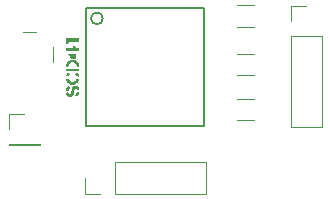
<source format=gbr>
%TF.GenerationSoftware,KiCad,Pcbnew,7.0.8*%
%TF.CreationDate,2024-03-19T09:57:53+01:00*%
%TF.ProjectId,CO2Y-brkout,434f3259-2d62-4726-9b6f-75742e6b6963,rev?*%
%TF.SameCoordinates,Original*%
%TF.FileFunction,Legend,Top*%
%TF.FilePolarity,Positive*%
%FSLAX46Y46*%
G04 Gerber Fmt 4.6, Leading zero omitted, Abs format (unit mm)*
G04 Created by KiCad (PCBNEW 7.0.8) date 2024-03-19 09:57:53*
%MOMM*%
%LPD*%
G01*
G04 APERTURE LIST*
%ADD10C,0.150000*%
%ADD11C,0.152400*%
%ADD12C,0.120000*%
G04 APERTURE END LIST*
D10*
G36*
X136880528Y-79259216D02*
G01*
X136881820Y-79248861D01*
X136883537Y-79239053D01*
X136884192Y-79235524D01*
X136886060Y-79225190D01*
X136887682Y-79215249D01*
X136888998Y-79205460D01*
X136889077Y-79204750D01*
X136895959Y-79197401D01*
X136902835Y-79189198D01*
X136908957Y-79181456D01*
X136913745Y-79175196D01*
X136923553Y-79173574D01*
X136931819Y-79171044D01*
X136941551Y-79168064D01*
X136948428Y-79166892D01*
X136956901Y-79172709D01*
X136958442Y-79173975D01*
X136968900Y-79174408D01*
X136979775Y-79175406D01*
X136989676Y-79176583D01*
X136997521Y-79177639D01*
X137007819Y-79178971D01*
X137018037Y-79180203D01*
X137027807Y-79181058D01*
X137038245Y-79180789D01*
X137048000Y-79179824D01*
X137057624Y-79177350D01*
X137061024Y-79175441D01*
X137060291Y-79175441D01*
X137061024Y-79173975D01*
X137066642Y-79173975D01*
X137076546Y-79175192D01*
X137086064Y-79178318D01*
X137094943Y-79182630D01*
X137104336Y-79188416D01*
X137105720Y-79189362D01*
X137113078Y-79196354D01*
X137118965Y-79205927D01*
X137123602Y-79216701D01*
X137127177Y-79227489D01*
X137129849Y-79237305D01*
X137131122Y-79242607D01*
X137130611Y-79253465D01*
X137130787Y-79263937D01*
X137131366Y-79274402D01*
X137132179Y-79284339D01*
X137132343Y-79286083D01*
X137138396Y-79294704D01*
X137145403Y-79302174D01*
X137153363Y-79309805D01*
X137161374Y-79317029D01*
X137166781Y-79321742D01*
X137175710Y-79329200D01*
X137183721Y-79335395D01*
X137192121Y-79341159D01*
X137201265Y-79346014D01*
X137208058Y-79347632D01*
X137217776Y-79344659D01*
X137227086Y-79339672D01*
X137237001Y-79333481D01*
X137246627Y-79326971D01*
X137252999Y-79322475D01*
X137261292Y-79316403D01*
X137270423Y-79309425D01*
X137278183Y-79303127D01*
X137285685Y-79296467D01*
X137292616Y-79289109D01*
X137294764Y-79286083D01*
X137297122Y-79276071D01*
X137299435Y-79265775D01*
X137301630Y-79255869D01*
X137303313Y-79248225D01*
X137308392Y-79239861D01*
X137311617Y-79234303D01*
X137311131Y-79223446D01*
X137311359Y-79212974D01*
X137312011Y-79202509D01*
X137312904Y-79192571D01*
X137313083Y-79190828D01*
X137316695Y-79181371D01*
X137320510Y-79170554D01*
X137323708Y-79160921D01*
X137327036Y-79150419D01*
X137330493Y-79139046D01*
X137334081Y-79126804D01*
X137336856Y-79117051D01*
X137339705Y-79106808D01*
X137340855Y-79094738D01*
X137342198Y-79081606D01*
X137343734Y-79067415D01*
X137344866Y-79057365D01*
X137346083Y-79046843D01*
X137347386Y-79035850D01*
X137348776Y-79024386D01*
X137350251Y-79012451D01*
X137351811Y-79000044D01*
X137353458Y-78987166D01*
X137355191Y-78973816D01*
X137357009Y-78959996D01*
X137358914Y-78945704D01*
X137360904Y-78930940D01*
X137361931Y-78923382D01*
X137366836Y-78914430D01*
X137371359Y-78904592D01*
X137375441Y-78894531D01*
X137379033Y-78884828D01*
X137380249Y-78881372D01*
X137380600Y-78871267D01*
X137381484Y-78860871D01*
X137382669Y-78850808D01*
X137384249Y-78839680D01*
X137385867Y-78829593D01*
X137391981Y-78820977D01*
X137397600Y-78812670D01*
X137403697Y-78803337D01*
X137410270Y-78792978D01*
X137415873Y-78783952D01*
X137421780Y-78774270D01*
X137426411Y-78766578D01*
X137426778Y-78756320D01*
X137427533Y-78746382D01*
X137427877Y-78742642D01*
X137435936Y-78733679D01*
X137443328Y-78725581D01*
X137451560Y-78716658D01*
X137458285Y-78709425D01*
X137465482Y-78701729D01*
X137473151Y-78693568D01*
X137481293Y-78684945D01*
X137489907Y-78675857D01*
X137498993Y-78666306D01*
X137502127Y-78663019D01*
X137512362Y-78661345D01*
X137521723Y-78657485D01*
X137530791Y-78652173D01*
X137535588Y-78648853D01*
X137543971Y-78643031D01*
X137552254Y-78637498D01*
X137561289Y-78631945D01*
X137566607Y-78629314D01*
X137575583Y-78625440D01*
X137585658Y-78621070D01*
X137595916Y-78616613D01*
X137606281Y-78615285D01*
X137617529Y-78612946D01*
X137628789Y-78610066D01*
X137639314Y-78607050D01*
X137650876Y-78603474D01*
X137653313Y-78602691D01*
X137730249Y-78602691D01*
X137734401Y-78608309D01*
X137745528Y-78609207D01*
X137756107Y-78610386D01*
X137767647Y-78611943D01*
X137777999Y-78613529D01*
X137789018Y-78615378D01*
X137795951Y-78616613D01*
X137805381Y-78621582D01*
X137814834Y-78627654D01*
X137823932Y-78634244D01*
X137832344Y-78640842D01*
X137835274Y-78643235D01*
X137845349Y-78646105D01*
X137855229Y-78650101D01*
X137858965Y-78651784D01*
X137868225Y-78657945D01*
X137877625Y-78664246D01*
X137885794Y-78669759D01*
X137894066Y-78675374D01*
X137902441Y-78681093D01*
X137910420Y-78686915D01*
X137918602Y-78693837D01*
X137925567Y-78700900D01*
X137932040Y-78709143D01*
X137934681Y-78713333D01*
X137941450Y-78720424D01*
X137948324Y-78727944D01*
X137952755Y-78732872D01*
X137956601Y-78742192D01*
X137960208Y-78751796D01*
X137963932Y-78762215D01*
X137965455Y-78766578D01*
X137972313Y-78773853D01*
X137976690Y-78777813D01*
X137980526Y-78787215D01*
X137984529Y-78797809D01*
X137988353Y-78808158D01*
X137992078Y-78818357D01*
X137992078Y-78926069D01*
X137988899Y-78935579D01*
X137987926Y-78937304D01*
X137983838Y-78946333D01*
X137983773Y-78947073D01*
X137974554Y-78953376D01*
X137965730Y-78959297D01*
X137957442Y-78964642D01*
X137952266Y-78967590D01*
X137942526Y-78969114D01*
X137932547Y-78969496D01*
X137926376Y-78969544D01*
X137916272Y-78969428D01*
X137905985Y-78968913D01*
X137899754Y-78968078D01*
X137896823Y-78962705D01*
X137805965Y-78962705D01*
X137799568Y-78954284D01*
X137793504Y-78945660D01*
X137787775Y-78936834D01*
X137782380Y-78927805D01*
X137777319Y-78918573D01*
X137772591Y-78909139D01*
X137770794Y-78905308D01*
X137771648Y-78895238D01*
X137770922Y-78885430D01*
X137769261Y-78875571D01*
X137766642Y-78864519D01*
X137758540Y-78855017D01*
X137750354Y-78846781D01*
X137742084Y-78839813D01*
X137733730Y-78834111D01*
X137723169Y-78828766D01*
X137712478Y-78825400D01*
X137701655Y-78824015D01*
X137699475Y-78823975D01*
X137689125Y-78824235D01*
X137678678Y-78825289D01*
X137669233Y-78827872D01*
X137668700Y-78828127D01*
X137659641Y-78834106D01*
X137651424Y-78839951D01*
X137641776Y-78847538D01*
X137633625Y-78854888D01*
X137625539Y-78863743D01*
X137619790Y-78872228D01*
X137615978Y-78881923D01*
X137615455Y-78885036D01*
X137613918Y-78894787D01*
X137611505Y-78905724D01*
X137608826Y-78915743D01*
X137605538Y-78926585D01*
X137601641Y-78938249D01*
X137598087Y-78948174D01*
X137597137Y-78950737D01*
X137593511Y-78960694D01*
X137589602Y-78972120D01*
X137586385Y-78982413D01*
X137583436Y-78993270D01*
X137581256Y-79003874D01*
X137580528Y-79010088D01*
X137579179Y-79020724D01*
X137577237Y-79032665D01*
X137574702Y-79045912D01*
X137571575Y-79060463D01*
X137569162Y-79070889D01*
X137566484Y-79081896D01*
X137563544Y-79093482D01*
X137560340Y-79105648D01*
X137556873Y-79118395D01*
X137553143Y-79131721D01*
X137549149Y-79145628D01*
X137544892Y-79160114D01*
X137540372Y-79175181D01*
X137535588Y-79190828D01*
X137532699Y-79201151D01*
X137530558Y-79211804D01*
X137529010Y-79221954D01*
X137527677Y-79233261D01*
X137526765Y-79243140D01*
X137525990Y-79253759D01*
X137525818Y-79256529D01*
X137525120Y-79268608D01*
X137524368Y-79279686D01*
X137523563Y-79289765D01*
X137522481Y-79300958D01*
X137521073Y-79312326D01*
X137519278Y-79322747D01*
X137518735Y-79325161D01*
X137516548Y-79335851D01*
X137514140Y-79346182D01*
X137511511Y-79356154D01*
X137508660Y-79365767D01*
X137504785Y-79377279D01*
X137500565Y-79388230D01*
X137495998Y-79398621D01*
X137495043Y-79400632D01*
X137489575Y-79411192D01*
X137483671Y-79421134D01*
X137477332Y-79430457D01*
X137470558Y-79439162D01*
X137463349Y-79447248D01*
X137455705Y-79454717D01*
X137447626Y-79461567D01*
X137439112Y-79467799D01*
X137430643Y-79475656D01*
X137422680Y-79482872D01*
X137413894Y-79490697D01*
X137406273Y-79497395D01*
X137398125Y-79504481D01*
X137389450Y-79511958D01*
X137380249Y-79519823D01*
X137370918Y-79526703D01*
X137361397Y-79533452D01*
X137351684Y-79540070D01*
X137341781Y-79546556D01*
X137331687Y-79552911D01*
X137321402Y-79559136D01*
X137317235Y-79561588D01*
X137307358Y-79563104D01*
X137295742Y-79565309D01*
X137284937Y-79567860D01*
X137274943Y-79570756D01*
X137264021Y-79574689D01*
X137254267Y-79579120D01*
X137252755Y-79579907D01*
X137188274Y-79579907D01*
X137185588Y-79577220D01*
X137185588Y-79574289D01*
X137175788Y-79573593D01*
X137165166Y-79572419D01*
X137153721Y-79570769D01*
X137143972Y-79569105D01*
X137133696Y-79567135D01*
X137122894Y-79564861D01*
X137111566Y-79562281D01*
X137108651Y-79561588D01*
X137099398Y-79558079D01*
X137088856Y-79553780D01*
X137079088Y-79549594D01*
X137068425Y-79544860D01*
X137059250Y-79540677D01*
X137049503Y-79536143D01*
X137044415Y-79533745D01*
X137036656Y-79526343D01*
X137028970Y-79519362D01*
X137020174Y-79511641D01*
X137012339Y-79504932D01*
X137003795Y-79497750D01*
X136994540Y-79490094D01*
X136984576Y-79481965D01*
X136977237Y-79475004D01*
X136969073Y-79469062D01*
X136959903Y-79463262D01*
X136956000Y-79460960D01*
X136952471Y-79451757D01*
X136947289Y-79442741D01*
X136941709Y-79434233D01*
X136938903Y-79430186D01*
X136931570Y-79423627D01*
X136924441Y-79415643D01*
X136917683Y-79406892D01*
X136913257Y-79400632D01*
X136911230Y-79390379D01*
X136909158Y-79379898D01*
X136907195Y-79369969D01*
X136905017Y-79358956D01*
X136903120Y-79349364D01*
X136901086Y-79339077D01*
X136900556Y-79336397D01*
X136893682Y-79328851D01*
X136889077Y-79321009D01*
X136886172Y-79309832D01*
X136883868Y-79298466D01*
X136882165Y-79286912D01*
X136881205Y-79277138D01*
X136880662Y-79267234D01*
X136880528Y-79259216D01*
G37*
G36*
X136880528Y-78989327D02*
G01*
X136880528Y-78916299D01*
X136883697Y-78906759D01*
X136888195Y-78897252D01*
X136890542Y-78892607D01*
X136895460Y-78883809D01*
X136900198Y-78875150D01*
X136905102Y-78865781D01*
X136907639Y-78860367D01*
X136909730Y-78849786D01*
X136912158Y-78840034D01*
X136914797Y-78830614D01*
X136917951Y-78820216D01*
X136920340Y-78812740D01*
X136927946Y-78805649D01*
X136934752Y-78798129D01*
X136938903Y-78793200D01*
X136942986Y-78784189D01*
X136947640Y-78774244D01*
X136951901Y-78765306D01*
X136956000Y-78756808D01*
X136963388Y-78750397D01*
X136971461Y-78744805D01*
X136979691Y-78739467D01*
X136987744Y-78733567D01*
X136995384Y-78725912D01*
X137000292Y-78717315D01*
X137001429Y-78712112D01*
X137009801Y-78706037D01*
X137017052Y-78698290D01*
X137022922Y-78691107D01*
X137029444Y-78683207D01*
X137037908Y-78674814D01*
X137046718Y-78668066D01*
X137055873Y-78662964D01*
X137065375Y-78659508D01*
X137075222Y-78657698D01*
X137081296Y-78657401D01*
X137091240Y-78658617D01*
X137100173Y-78663361D01*
X137100591Y-78663752D01*
X137107874Y-78670518D01*
X137112559Y-78674254D01*
X137120284Y-78681653D01*
X137129260Y-78689958D01*
X137137343Y-78697255D01*
X137146227Y-78705132D01*
X137155913Y-78713589D01*
X137163703Y-78720312D01*
X137171945Y-78727362D01*
X137180636Y-78734738D01*
X137183634Y-78737269D01*
X137192304Y-78742459D01*
X137200571Y-78747714D01*
X137203662Y-78749725D01*
X137204903Y-78759595D01*
X137207272Y-78769383D01*
X137208058Y-78772196D01*
X137210588Y-78782362D01*
X137212174Y-78792061D01*
X137212210Y-78793200D01*
X137212004Y-78803573D01*
X137211088Y-78813770D01*
X137210745Y-78815671D01*
X137202897Y-78824271D01*
X137194808Y-78833867D01*
X137186301Y-78844102D01*
X137178734Y-78853271D01*
X137170150Y-78863720D01*
X137163862Y-78871396D01*
X137157121Y-78879641D01*
X137149928Y-78888455D01*
X137141742Y-78898221D01*
X137134648Y-78907247D01*
X137128645Y-78915532D01*
X137122676Y-78924847D01*
X137117764Y-78934499D01*
X137115036Y-78944776D01*
X137115002Y-78945852D01*
X137119772Y-78954576D01*
X137122817Y-78957820D01*
X137129343Y-78965606D01*
X137130633Y-78969544D01*
X137125870Y-78979069D01*
X137121629Y-78988938D01*
X137117071Y-78999786D01*
X137112754Y-79010182D01*
X137111582Y-79013019D01*
X137101965Y-79017129D01*
X137092692Y-79022076D01*
X137083366Y-79027711D01*
X137082273Y-79028406D01*
X136921561Y-79028406D01*
X136914088Y-79021277D01*
X136907013Y-79014534D01*
X136899319Y-79007206D01*
X136891007Y-78999295D01*
X136883608Y-78992256D01*
X136880528Y-78989327D01*
G37*
G36*
X137677737Y-79390863D02*
G01*
X137677881Y-79380399D01*
X137678958Y-79371323D01*
X137682516Y-79361610D01*
X137686973Y-79352204D01*
X137692102Y-79342739D01*
X137695078Y-79337618D01*
X137703848Y-79331390D01*
X137710876Y-79323833D01*
X137717448Y-79315041D01*
X137719991Y-79311240D01*
X137727872Y-79303157D01*
X137734783Y-79295028D01*
X137740725Y-79286853D01*
X137746789Y-79276571D01*
X137751339Y-79266217D01*
X137754374Y-79255791D01*
X137755895Y-79245294D01*
X137755528Y-79234379D01*
X137755809Y-79222951D01*
X137756496Y-79211759D01*
X137757383Y-79201450D01*
X137758557Y-79190245D01*
X137758826Y-79187897D01*
X137763926Y-79179191D01*
X137770246Y-79171628D01*
X137777579Y-79164158D01*
X137785204Y-79157122D01*
X137960326Y-79157122D01*
X137970030Y-79160629D01*
X137978391Y-79166586D01*
X137986043Y-79173222D01*
X137988414Y-79175441D01*
X137995009Y-79183512D01*
X138001603Y-79191240D01*
X138006000Y-79196201D01*
X138006000Y-79271916D01*
X138000138Y-79277534D01*
X137994803Y-79288563D01*
X137990218Y-79298760D01*
X137985350Y-79310179D01*
X137981514Y-79319544D01*
X137977519Y-79329596D01*
X137973365Y-79340335D01*
X137969053Y-79351761D01*
X137964581Y-79363874D01*
X137959951Y-79376674D01*
X137958372Y-79381093D01*
X137948726Y-79384119D01*
X137943473Y-79390863D01*
X137952919Y-79393610D01*
X137954220Y-79393794D01*
X137947823Y-79402216D01*
X137941427Y-79411535D01*
X137935267Y-79420729D01*
X137931750Y-79426034D01*
X137923884Y-79433070D01*
X137915988Y-79440803D01*
X137908939Y-79448046D01*
X137903418Y-79453877D01*
X137893648Y-79455343D01*
X137888274Y-79464013D01*
X137882962Y-79472600D01*
X137880947Y-79475859D01*
X137874593Y-79484109D01*
X137867514Y-79491674D01*
X137859958Y-79498958D01*
X137852611Y-79505593D01*
X137844311Y-79512740D01*
X137834358Y-79515854D01*
X137824203Y-79516856D01*
X137821596Y-79516892D01*
X137812922Y-79521560D01*
X137810361Y-79528127D01*
X137801112Y-79524964D01*
X137791936Y-79521507D01*
X137787646Y-79519823D01*
X137779785Y-79513686D01*
X137771428Y-79507465D01*
X137763168Y-79501500D01*
X137753894Y-79494952D01*
X137745392Y-79489048D01*
X137740212Y-79480340D01*
X137731846Y-79475074D01*
X137731226Y-79474882D01*
X137726099Y-79466228D01*
X137717304Y-79460960D01*
X137715060Y-79451130D01*
X137714374Y-79449725D01*
X137704761Y-79447406D01*
X137695030Y-79443261D01*
X137688972Y-79439956D01*
X137685154Y-79429672D01*
X137682126Y-79419886D01*
X137679591Y-79409098D01*
X137678132Y-79398989D01*
X137677737Y-79390863D01*
G37*
G36*
X136880528Y-78103703D02*
G01*
X136880709Y-78093840D01*
X136881375Y-78084026D01*
X136882953Y-78074087D01*
X136885658Y-78066578D01*
X136892618Y-78058701D01*
X136900923Y-78052229D01*
X136909074Y-78046733D01*
X136918875Y-78040688D01*
X136986774Y-78040688D01*
X136994590Y-78044352D01*
X137004193Y-78047437D01*
X137008023Y-78047771D01*
X137017674Y-78045841D01*
X137028245Y-78042903D01*
X137034890Y-78040933D01*
X137045087Y-78037834D01*
X137054571Y-78035205D01*
X137061757Y-78033849D01*
X137070305Y-78039467D01*
X137081872Y-78038315D01*
X137092759Y-78039286D01*
X137102967Y-78042379D01*
X137112494Y-78047596D01*
X137121342Y-78054935D01*
X137127931Y-78062335D01*
X137132587Y-78068776D01*
X137137129Y-78082636D01*
X137140778Y-78091806D01*
X137144922Y-78100922D01*
X137149563Y-78109981D01*
X137154700Y-78118986D01*
X137160332Y-78127935D01*
X137166461Y-78136829D01*
X137173087Y-78145668D01*
X137180208Y-78154451D01*
X137187825Y-78163179D01*
X137195939Y-78171851D01*
X137204548Y-78180468D01*
X137213654Y-78189030D01*
X137223256Y-78197537D01*
X137233353Y-78205988D01*
X137238588Y-78210193D01*
X137248633Y-78214864D01*
X137258433Y-78219501D01*
X137267440Y-78223811D01*
X137277209Y-78228527D01*
X137287742Y-78233648D01*
X137296718Y-78238036D01*
X137303510Y-78245490D01*
X137309419Y-78250737D01*
X137319719Y-78251327D01*
X137330122Y-78252794D01*
X137333599Y-78253424D01*
X137343326Y-78256007D01*
X137353319Y-78258031D01*
X137364439Y-78259993D01*
X137367549Y-78260507D01*
X137373166Y-78266124D01*
X137487960Y-78266124D01*
X137492113Y-78260507D01*
X137502382Y-78259766D01*
X137514221Y-78258648D01*
X137524951Y-78257314D01*
X137536362Y-78255431D01*
X137546177Y-78253239D01*
X137554394Y-78250737D01*
X137560964Y-78242950D01*
X137565630Y-78238036D01*
X137574988Y-78235111D01*
X137585538Y-78231251D01*
X137595530Y-78227198D01*
X137604526Y-78223296D01*
X137614130Y-78218917D01*
X137618142Y-78217032D01*
X137627055Y-78209902D01*
X137635925Y-78203422D01*
X137646108Y-78196454D01*
X137655198Y-78190527D01*
X137665128Y-78184288D01*
X137675898Y-78177735D01*
X137684526Y-78172615D01*
X137687507Y-78170870D01*
X137693515Y-78161539D01*
X137698744Y-78152241D01*
X137704176Y-78141561D01*
X137708668Y-78132020D01*
X137713290Y-78121594D01*
X137718041Y-78110282D01*
X137721690Y-78101218D01*
X137722922Y-78098085D01*
X137730005Y-78090300D01*
X137737088Y-78082332D01*
X137744171Y-78074180D01*
X137751254Y-78065845D01*
X137759409Y-78058803D01*
X137767844Y-78053490D01*
X137777827Y-78049536D01*
X137788177Y-78047842D01*
X137790822Y-78047771D01*
X137805480Y-78047771D01*
X137815307Y-78047771D01*
X137825178Y-78047771D01*
X137835092Y-78047771D01*
X137845051Y-78047771D01*
X137855053Y-78047771D01*
X137865100Y-78047771D01*
X137875190Y-78047771D01*
X137885324Y-78047771D01*
X137895502Y-78047771D01*
X137905724Y-78047771D01*
X137915990Y-78047771D01*
X137926300Y-78047771D01*
X137936653Y-78047771D01*
X137947051Y-78047771D01*
X137952266Y-78047771D01*
X137962553Y-78050270D01*
X137973145Y-78052157D01*
X137980598Y-78053389D01*
X137987507Y-78060906D01*
X137994952Y-78067886D01*
X137995986Y-78068776D01*
X138000794Y-78077405D01*
X138001847Y-78079279D01*
X138005509Y-78088375D01*
X138006000Y-78092468D01*
X137998916Y-78099551D01*
X137998184Y-78109992D01*
X137996672Y-78120628D01*
X137995986Y-78124708D01*
X137987803Y-78132005D01*
X137981045Y-78139942D01*
X137974660Y-78149329D01*
X137969485Y-78158528D01*
X137966188Y-78165252D01*
X137961142Y-78175945D01*
X137956537Y-78185278D01*
X137951594Y-78194683D01*
X137946631Y-78203182D01*
X137941519Y-78210193D01*
X137934352Y-78218207D01*
X137927264Y-78226562D01*
X137920736Y-78234449D01*
X137916607Y-78239502D01*
X137912184Y-78249769D01*
X137907994Y-78258919D01*
X137903224Y-78268900D01*
X137897873Y-78279714D01*
X137891943Y-78291359D01*
X137887114Y-78300639D01*
X137881959Y-78310387D01*
X137876478Y-78320603D01*
X137872643Y-78327674D01*
X137863955Y-78334408D01*
X137854887Y-78340453D01*
X137844891Y-78346908D01*
X137835297Y-78352999D01*
X137824283Y-78359914D01*
X137818177Y-78367546D01*
X137811445Y-78375961D01*
X137808651Y-78379453D01*
X137799091Y-78382204D01*
X137798637Y-78382384D01*
X137789407Y-78389176D01*
X137780820Y-78395597D01*
X137771165Y-78402895D01*
X137763222Y-78408945D01*
X137754678Y-78415489D01*
X137745534Y-78422527D01*
X137735788Y-78430058D01*
X137725441Y-78438083D01*
X137714493Y-78446602D01*
X137710710Y-78449551D01*
X137702833Y-78455718D01*
X137693369Y-78461519D01*
X137683785Y-78466294D01*
X137674603Y-78470164D01*
X137669677Y-78472021D01*
X137659669Y-78473178D01*
X137652580Y-78474708D01*
X137643902Y-78480776D01*
X137634886Y-78486987D01*
X137626505Y-78492711D01*
X137624248Y-78494247D01*
X137614356Y-78495591D01*
X137604699Y-78497768D01*
X137594107Y-78500880D01*
X137584284Y-78504292D01*
X137577353Y-78506948D01*
X137504813Y-78506948D01*
X137500661Y-78508413D01*
X137503348Y-78514031D01*
X137356314Y-78514031D01*
X137352161Y-78511100D01*
X137352161Y-78506948D01*
X137279377Y-78506948D01*
X137275225Y-78504261D01*
X137275225Y-78499865D01*
X137264218Y-78499239D01*
X137254250Y-78498124D01*
X137243657Y-78496140D01*
X137233186Y-78492936D01*
X137223710Y-78488101D01*
X137222713Y-78487408D01*
X137213657Y-78482459D01*
X137203585Y-78476769D01*
X137192499Y-78470338D01*
X137183518Y-78465029D01*
X137173966Y-78459304D01*
X137163843Y-78453163D01*
X137153149Y-78446605D01*
X137141884Y-78439630D01*
X137130048Y-78432239D01*
X137121840Y-78427080D01*
X137114696Y-78419381D01*
X137107068Y-78412098D01*
X137102057Y-78407541D01*
X137092159Y-78405122D01*
X137084960Y-78401923D01*
X137078438Y-78394026D01*
X137071149Y-78385741D01*
X137063619Y-78377514D01*
X137056309Y-78369738D01*
X137053697Y-78366997D01*
X137043683Y-78365531D01*
X137038444Y-78356834D01*
X137032887Y-78347911D01*
X137032448Y-78347213D01*
X137023730Y-78339745D01*
X137015310Y-78332171D01*
X137007623Y-78325034D01*
X136999329Y-78317145D01*
X136992255Y-78310293D01*
X136984793Y-78302960D01*
X136982866Y-78301051D01*
X136980342Y-78291259D01*
X136977004Y-78284198D01*
X136969803Y-78276298D01*
X136963054Y-78267665D01*
X136957023Y-78259160D01*
X136950623Y-78249462D01*
X136945236Y-78240844D01*
X136939613Y-78231464D01*
X136938170Y-78229000D01*
X136932384Y-78219405D01*
X136926751Y-78210529D01*
X136921271Y-78202369D01*
X136914636Y-78193179D01*
X136908239Y-78185110D01*
X136900877Y-78176907D01*
X136896160Y-78172335D01*
X136894891Y-78162166D01*
X136892734Y-78152268D01*
X136889688Y-78142640D01*
X136887612Y-78137408D01*
X136884188Y-78127929D01*
X136881697Y-78117396D01*
X136880591Y-78106863D01*
X136880528Y-78103703D01*
G37*
G36*
X136880528Y-77763473D02*
G01*
X136881363Y-77752820D01*
X136883542Y-77743029D01*
X136887073Y-77733045D01*
X136889077Y-77728546D01*
X136895574Y-77720422D01*
X136902548Y-77711010D01*
X136908471Y-77702553D01*
X136914700Y-77693272D01*
X136921233Y-77683166D01*
X136928072Y-77672236D01*
X136933401Y-77663498D01*
X136938903Y-77654296D01*
X136941298Y-77644756D01*
X136944427Y-77634681D01*
X136948019Y-77624472D01*
X136948916Y-77622056D01*
X136956244Y-77615416D01*
X136960152Y-77613019D01*
X136968321Y-77607449D01*
X136970166Y-77605203D01*
X136973325Y-77595403D01*
X136976958Y-77586250D01*
X136981094Y-77576816D01*
X136982866Y-77572963D01*
X136990761Y-77566100D01*
X136998723Y-77558767D01*
X137005851Y-77551995D01*
X137011443Y-77546585D01*
X137017167Y-77538250D01*
X137022861Y-77530099D01*
X137028524Y-77522130D01*
X137034157Y-77514345D01*
X137041505Y-77506253D01*
X137049771Y-77498353D01*
X137058655Y-77491633D01*
X137067806Y-77487244D01*
X137073969Y-77486257D01*
X137084590Y-77488131D01*
X137094241Y-77492180D01*
X137103480Y-77497455D01*
X137111862Y-77503123D01*
X137120863Y-77509949D01*
X137129577Y-77516983D01*
X137137847Y-77524192D01*
X137144998Y-77531243D01*
X137149440Y-77536571D01*
X137156481Y-77545868D01*
X137164049Y-77555561D01*
X137172143Y-77565651D01*
X137178559Y-77573479D01*
X137185272Y-77581531D01*
X137192281Y-77589805D01*
X137199586Y-77598303D01*
X137207187Y-77607025D01*
X137215085Y-77615969D01*
X137220515Y-77622056D01*
X137221658Y-77632339D01*
X137221967Y-77642918D01*
X137221980Y-77645992D01*
X137220658Y-77656768D01*
X137216691Y-77667115D01*
X137211364Y-77675409D01*
X137204202Y-77683406D01*
X137195202Y-77691104D01*
X137186681Y-77697048D01*
X137184367Y-77698504D01*
X137175429Y-77704389D01*
X137167544Y-77710564D01*
X137159170Y-77718690D01*
X137152441Y-77727269D01*
X137147359Y-77736302D01*
X137143921Y-77745788D01*
X137142357Y-77753703D01*
X137136598Y-77762230D01*
X137130490Y-77770524D01*
X137123300Y-77779729D01*
X137116482Y-77788095D01*
X137108913Y-77797093D01*
X137104011Y-77802796D01*
X137093936Y-77804628D01*
X137083821Y-77806595D01*
X137078365Y-77807681D01*
X137068147Y-77809484D01*
X137058008Y-77810936D01*
X137055406Y-77811100D01*
X137045283Y-77811100D01*
X137034910Y-77811100D01*
X137028540Y-77811100D01*
X137025609Y-77804261D01*
X136941589Y-77804261D01*
X136935972Y-77807681D01*
X136928889Y-77811100D01*
X136918811Y-77808155D01*
X136909838Y-77804261D01*
X136900552Y-77800055D01*
X136891065Y-77796308D01*
X136889077Y-77795713D01*
X136885337Y-77786370D01*
X136882407Y-77776882D01*
X136880662Y-77766755D01*
X136880528Y-77763473D01*
G37*
G36*
X137661617Y-77645992D02*
G01*
X137662502Y-77634986D01*
X137665159Y-77624437D01*
X137669586Y-77614347D01*
X137674912Y-77605894D01*
X137675783Y-77604715D01*
X137681874Y-77596357D01*
X137687965Y-77587952D01*
X137694056Y-77579500D01*
X137700146Y-77571002D01*
X137703627Y-77566124D01*
X137710632Y-77558102D01*
X137718520Y-77548994D01*
X137725466Y-77540926D01*
X137732976Y-77532164D01*
X137741051Y-77522707D01*
X137747478Y-77515159D01*
X137754223Y-77507220D01*
X137761286Y-77498890D01*
X137763711Y-77496027D01*
X137772339Y-77489823D01*
X137781372Y-77485087D01*
X137789112Y-77481372D01*
X137799095Y-77476777D01*
X137808397Y-77472880D01*
X137815490Y-77470870D01*
X137825336Y-77474018D01*
X137834499Y-77479969D01*
X137842189Y-77486108D01*
X137850833Y-77493822D01*
X137858435Y-77501126D01*
X137860431Y-77503110D01*
X137861896Y-77512879D01*
X137870559Y-77518093D01*
X137878436Y-77524413D01*
X137882901Y-77529732D01*
X137885585Y-77539970D01*
X137888589Y-77549518D01*
X137891943Y-77559326D01*
X137895357Y-77568811D01*
X137903128Y-77576618D01*
X137910421Y-77585022D01*
X137916944Y-77593232D01*
X137923873Y-77602539D01*
X137929708Y-77610774D01*
X137935803Y-77619712D01*
X137937367Y-77622056D01*
X137940983Y-77631383D01*
X137943769Y-77640863D01*
X137946441Y-77651365D01*
X137947137Y-77654296D01*
X137955141Y-77660347D01*
X137959838Y-77665531D01*
X137965556Y-77674424D01*
X137971172Y-77683334D01*
X137976685Y-77692262D01*
X137982094Y-77701206D01*
X137987401Y-77710168D01*
X137989147Y-77713159D01*
X137994002Y-77721764D01*
X137998742Y-77731839D01*
X138002297Y-77741640D01*
X138004666Y-77751165D01*
X138005934Y-77761931D01*
X138006000Y-77764938D01*
X138005193Y-77776153D01*
X138002774Y-77786503D01*
X137998742Y-77795988D01*
X137993097Y-77804608D01*
X137989147Y-77809146D01*
X137981517Y-77815903D01*
X137972167Y-77821593D01*
X137962145Y-77825116D01*
X137951452Y-77826470D01*
X137950068Y-77826487D01*
X137940322Y-77824323D01*
X137931073Y-77820069D01*
X137930284Y-77819648D01*
X137856034Y-77819648D01*
X137851882Y-77816718D01*
X137851882Y-77812565D01*
X137841750Y-77811380D01*
X137831741Y-77811101D01*
X137830877Y-77811100D01*
X137821021Y-77812650D01*
X137811512Y-77815226D01*
X137810605Y-77815496D01*
X137801091Y-77818027D01*
X137791799Y-77819648D01*
X137781152Y-77818587D01*
X137771043Y-77815403D01*
X137761470Y-77810096D01*
X137752433Y-77802666D01*
X137745591Y-77795194D01*
X137739092Y-77786363D01*
X137732936Y-77776173D01*
X137728769Y-77767121D01*
X137724571Y-77758038D01*
X137720342Y-77748925D01*
X137716083Y-77739781D01*
X137711064Y-77729942D01*
X137705625Y-77721155D01*
X137698893Y-77712400D01*
X137691611Y-77705019D01*
X137689705Y-77703389D01*
X137683805Y-77694691D01*
X137675360Y-77687815D01*
X137671387Y-77685071D01*
X137668067Y-77675585D01*
X137665061Y-77665778D01*
X137662772Y-77656230D01*
X137661617Y-77645992D01*
G37*
G36*
X136880528Y-77348016D02*
G01*
X136880528Y-77192433D01*
X136882692Y-77182163D01*
X136888478Y-77173051D01*
X136895916Y-77165810D01*
X136903765Y-77159115D01*
X136911486Y-77152499D01*
X136918630Y-77146271D01*
X136998742Y-77146271D01*
X137001673Y-77149935D01*
X137004360Y-77153354D01*
X137083250Y-77153354D01*
X137091554Y-77149935D01*
X137100103Y-77146271D01*
X137108651Y-77149935D01*
X137116956Y-77153354D01*
X137904883Y-77153354D01*
X137909035Y-77147736D01*
X137919245Y-77146551D01*
X137929406Y-77146272D01*
X137930284Y-77146271D01*
X137940362Y-77147849D01*
X137949335Y-77149935D01*
X137959261Y-77152190D01*
X137969184Y-77154236D01*
X137971073Y-77154575D01*
X137979675Y-77159312D01*
X137986033Y-77168607D01*
X137989200Y-77178037D01*
X137991223Y-77189792D01*
X137992017Y-77200871D01*
X137992078Y-77213438D01*
X137987926Y-77363159D01*
X137979786Y-77369228D01*
X137971703Y-77375204D01*
X137963784Y-77380955D01*
X137957884Y-77384896D01*
X137948127Y-77385508D01*
X137937250Y-77385623D01*
X137933215Y-77385629D01*
X137922881Y-77385513D01*
X137912940Y-77385112D01*
X137903151Y-77384254D01*
X137902441Y-77384163D01*
X137899754Y-77378790D01*
X137044171Y-77378790D01*
X137040019Y-77375859D01*
X137040019Y-77373173D01*
X137030188Y-77372073D01*
X137019529Y-77371730D01*
X137015351Y-77371707D01*
X137004958Y-77372741D01*
X136994824Y-77374126D01*
X136986286Y-77375371D01*
X136976475Y-77376703D01*
X136966746Y-77377935D01*
X136957465Y-77378790D01*
X136945470Y-77378309D01*
X136934155Y-77376867D01*
X136923519Y-77374462D01*
X136913562Y-77371096D01*
X136904285Y-77366769D01*
X136895687Y-77361479D01*
X136887768Y-77355228D01*
X136880528Y-77348016D01*
G37*
G36*
X136892985Y-76960158D02*
G01*
X136892985Y-76897143D01*
X136895465Y-76886992D01*
X136898944Y-76877179D01*
X136899335Y-76876138D01*
X136902803Y-76866559D01*
X136905814Y-76856960D01*
X136906907Y-76852203D01*
X136907991Y-76842112D01*
X136909515Y-76831555D01*
X136911249Y-76821223D01*
X136913379Y-76809705D01*
X136915455Y-76799202D01*
X136922096Y-76791039D01*
X136927617Y-76782617D01*
X136932914Y-76773477D01*
X136934995Y-76769648D01*
X136936578Y-76759220D01*
X136939146Y-76748448D01*
X136942336Y-76737771D01*
X136944764Y-76730570D01*
X136950371Y-76720018D01*
X136955345Y-76710889D01*
X136960755Y-76701150D01*
X136966599Y-76690800D01*
X136972879Y-76679840D01*
X136977875Y-76671219D01*
X136983115Y-76662254D01*
X136988599Y-76652946D01*
X136992392Y-76646550D01*
X136999192Y-76636245D01*
X137005944Y-76626306D01*
X137012650Y-76616731D01*
X137019308Y-76607521D01*
X137025919Y-76598676D01*
X137032483Y-76590196D01*
X137038999Y-76582081D01*
X137045469Y-76574331D01*
X137051891Y-76566945D01*
X137060380Y-76557666D01*
X137062489Y-76555448D01*
X137069596Y-76547937D01*
X137077788Y-76540211D01*
X137087065Y-76532271D01*
X137095268Y-76525764D01*
X137104166Y-76519120D01*
X137113758Y-76512338D01*
X137124045Y-76505419D01*
X137126725Y-76503668D01*
X137138049Y-76496111D01*
X137148389Y-76489194D01*
X137157747Y-76482916D01*
X137166121Y-76477278D01*
X137175757Y-76470756D01*
X137185344Y-76464203D01*
X137194178Y-76458014D01*
X137196823Y-76456041D01*
X137205493Y-76449888D01*
X137213949Y-76444558D01*
X137223812Y-76439249D01*
X137233366Y-76435125D01*
X137244122Y-76431810D01*
X137248602Y-76430884D01*
X137267167Y-76427157D01*
X137285063Y-76423671D01*
X137302292Y-76420425D01*
X137318853Y-76417420D01*
X137334746Y-76414655D01*
X137349971Y-76412130D01*
X137364528Y-76409846D01*
X137378418Y-76407803D01*
X137391639Y-76406000D01*
X137404193Y-76404437D01*
X137416079Y-76403114D01*
X137427297Y-76402032D01*
X137437847Y-76401191D01*
X137447729Y-76400590D01*
X137461300Y-76400139D01*
X137465490Y-76400109D01*
X137475607Y-76400590D01*
X137485895Y-76401582D01*
X137498496Y-76403114D01*
X137508183Y-76404437D01*
X137518898Y-76406000D01*
X137530642Y-76407803D01*
X137543414Y-76409846D01*
X137557215Y-76412130D01*
X137572044Y-76414655D01*
X137587902Y-76417420D01*
X137604788Y-76420425D01*
X137622702Y-76423671D01*
X137641645Y-76427157D01*
X137651503Y-76428990D01*
X137661617Y-76430884D01*
X137671477Y-76434517D01*
X137679975Y-76439565D01*
X137688636Y-76445584D01*
X137696825Y-76451794D01*
X137702161Y-76456041D01*
X137709253Y-76463862D01*
X137716772Y-76471098D01*
X137721701Y-76475580D01*
X137731493Y-76477504D01*
X137738554Y-76478511D01*
X137746711Y-76485721D01*
X137755507Y-76492850D01*
X137763687Y-76499238D01*
X137771541Y-76505244D01*
X137774946Y-76507820D01*
X137782685Y-76514048D01*
X137791736Y-76520500D01*
X137801187Y-76526774D01*
X137810257Y-76532527D01*
X137820412Y-76538757D01*
X137822573Y-76540060D01*
X137829599Y-76547895D01*
X137837365Y-76556745D01*
X137845872Y-76566610D01*
X137852737Y-76574675D01*
X137860020Y-76583311D01*
X137867718Y-76592518D01*
X137875833Y-76602296D01*
X137884365Y-76612645D01*
X137893313Y-76623566D01*
X137899510Y-76631163D01*
X137904845Y-76640784D01*
X137910959Y-76651450D01*
X137916055Y-76660136D01*
X137921589Y-76669411D01*
X137927561Y-76679273D01*
X137933971Y-76689724D01*
X137940819Y-76700763D01*
X137948104Y-76712390D01*
X137955828Y-76724605D01*
X137961221Y-76733075D01*
X137963990Y-76737408D01*
X137967903Y-76747533D01*
X137971704Y-76757700D01*
X137975187Y-76767221D01*
X137978955Y-76777697D01*
X137983010Y-76789127D01*
X137986460Y-76798958D01*
X137987646Y-76810033D01*
X137989523Y-76822194D01*
X137991522Y-76832704D01*
X137993965Y-76843909D01*
X137996850Y-76855808D01*
X138000178Y-76868402D01*
X138002964Y-76878303D01*
X138006000Y-76888595D01*
X138006000Y-76966997D01*
X137998493Y-76973709D01*
X137990758Y-76979704D01*
X137984995Y-76983849D01*
X137975830Y-76988572D01*
X137965446Y-76991473D01*
X137954632Y-76993009D01*
X137944079Y-76993581D01*
X137940298Y-76993619D01*
X137929997Y-76992155D01*
X137919390Y-76989970D01*
X137917095Y-76989467D01*
X137906748Y-76987277D01*
X137896991Y-76985574D01*
X137893892Y-76985315D01*
X137883836Y-76986937D01*
X137874597Y-76989467D01*
X137864498Y-76992155D01*
X137854813Y-76993619D01*
X137843807Y-76991864D01*
X137833929Y-76988243D01*
X137824636Y-76983717D01*
X137814376Y-76977820D01*
X137805472Y-76972114D01*
X137795951Y-76965531D01*
X137794737Y-76953025D01*
X137793596Y-76942779D01*
X137792258Y-76931790D01*
X137790723Y-76920059D01*
X137788990Y-76907585D01*
X137787059Y-76894368D01*
X137784931Y-76880408D01*
X137783403Y-76870689D01*
X137781786Y-76860639D01*
X137780082Y-76850260D01*
X137778291Y-76839551D01*
X137776411Y-76828511D01*
X137772084Y-76818711D01*
X137766043Y-76809557D01*
X137759688Y-76801370D01*
X137755406Y-76796271D01*
X137748498Y-76788048D01*
X137741514Y-76779645D01*
X137735168Y-76771859D01*
X137729115Y-76764017D01*
X137728295Y-76762810D01*
X137721712Y-76755053D01*
X137713641Y-76746323D01*
X137706543Y-76738805D01*
X137698070Y-76729928D01*
X137690815Y-76722379D01*
X137682786Y-76714066D01*
X137677004Y-76708099D01*
X137671213Y-76698671D01*
X137665159Y-76690270D01*
X137658890Y-76682324D01*
X137651626Y-76673692D01*
X137646230Y-76667555D01*
X137636704Y-76663647D01*
X137627322Y-76659827D01*
X137622294Y-76657785D01*
X137616070Y-76649838D01*
X137608651Y-76642282D01*
X137604220Y-76638246D01*
X137592613Y-76634637D01*
X137581422Y-76631231D01*
X137570648Y-76628026D01*
X137560291Y-76625022D01*
X137550349Y-76622221D01*
X137540825Y-76619621D01*
X137528773Y-76616469D01*
X137517461Y-76613676D01*
X137506890Y-76611241D01*
X137501882Y-76610158D01*
X137499196Y-76604540D01*
X137418107Y-76604540D01*
X137415176Y-76610158D01*
X137404874Y-76611311D01*
X137394302Y-76613120D01*
X137384677Y-76615280D01*
X137377318Y-76617241D01*
X137367234Y-76617909D01*
X137357174Y-76619405D01*
X137346919Y-76621415D01*
X137337050Y-76623659D01*
X137335309Y-76624080D01*
X137326508Y-76628673D01*
X137313737Y-76635727D01*
X137301481Y-76642978D01*
X137289740Y-76650427D01*
X137278515Y-76658073D01*
X137267804Y-76665917D01*
X137257609Y-76673959D01*
X137247929Y-76682198D01*
X137238764Y-76690634D01*
X137230114Y-76699268D01*
X137221980Y-76708099D01*
X137214225Y-76715228D01*
X137206138Y-76722743D01*
X137198238Y-76730133D01*
X137190973Y-76736961D01*
X137183087Y-76744397D01*
X137181436Y-76745957D01*
X137178355Y-76755749D01*
X137175818Y-76762810D01*
X137169468Y-76770447D01*
X137162628Y-76779468D01*
X137156804Y-76787680D01*
X137150668Y-76796779D01*
X137144218Y-76806762D01*
X137137456Y-76817631D01*
X137132178Y-76826363D01*
X137126725Y-76835594D01*
X137126347Y-76845394D01*
X137125455Y-76855660D01*
X137124204Y-76866531D01*
X137124039Y-76867834D01*
X137109872Y-76936222D01*
X137106842Y-76946106D01*
X137102034Y-76955341D01*
X137096034Y-76963857D01*
X137094485Y-76965775D01*
X137087645Y-76973006D01*
X137078848Y-76978579D01*
X137069708Y-76983234D01*
X137065176Y-76985315D01*
X137054967Y-76985315D01*
X137044471Y-76985315D01*
X137037088Y-76985315D01*
X137027115Y-76983842D01*
X137018281Y-76981896D01*
X137008561Y-76979663D01*
X136998747Y-76978246D01*
X136998009Y-76978232D01*
X136988375Y-76979964D01*
X136981401Y-76981896D01*
X136971877Y-76984233D01*
X136964304Y-76985315D01*
X136953294Y-76984111D01*
X136941811Y-76981163D01*
X136930799Y-76977355D01*
X136921044Y-76973424D01*
X136910450Y-76968707D01*
X136899016Y-76963204D01*
X136892985Y-76960158D01*
G37*
G36*
X136880528Y-75637094D02*
G01*
X136880528Y-75558692D01*
X136886879Y-75552342D01*
X136892985Y-75545992D01*
X136892985Y-75460751D01*
X136883587Y-75457912D01*
X136882971Y-75457820D01*
X136881218Y-75447835D01*
X136880614Y-75437715D01*
X136880528Y-75431198D01*
X136880620Y-75421382D01*
X136881101Y-75411525D01*
X136881994Y-75407506D01*
X136887306Y-75398805D01*
X136891733Y-75389455D01*
X136895717Y-75379409D01*
X136896160Y-75378197D01*
X136906251Y-75374538D01*
X136916990Y-75370966D01*
X136927630Y-75367927D01*
X136937301Y-75365943D01*
X136942810Y-75365496D01*
X136952560Y-75367228D01*
X136959663Y-75369160D01*
X136969692Y-75371614D01*
X136976516Y-75372579D01*
X136987020Y-75372019D01*
X136996516Y-75369529D01*
X137000696Y-75365496D01*
X137438868Y-75365496D01*
X137448751Y-75362524D01*
X137457052Y-75355669D01*
X137463642Y-75347587D01*
X137468421Y-75340339D01*
X137469680Y-75329825D01*
X137469874Y-75319429D01*
X137469886Y-75315182D01*
X137468681Y-75305140D01*
X137466881Y-75294918D01*
X137466467Y-75292712D01*
X137464535Y-75282647D01*
X137462979Y-75272736D01*
X137462803Y-75270242D01*
X137464477Y-75260151D01*
X137468337Y-75251122D01*
X137473649Y-75242512D01*
X137476969Y-75238002D01*
X137484274Y-75230468D01*
X137491166Y-75222523D01*
X137495532Y-75216997D01*
X137583459Y-75216997D01*
X137586146Y-75213577D01*
X137590542Y-75210158D01*
X137661373Y-75210158D01*
X137669648Y-75215427D01*
X137677264Y-75221863D01*
X137682622Y-75227011D01*
X137683030Y-75239925D01*
X137683392Y-75250532D01*
X137683800Y-75261930D01*
X137684256Y-75274117D01*
X137684759Y-75287094D01*
X137685309Y-75300862D01*
X137685907Y-75315419D01*
X137686331Y-75325563D01*
X137686777Y-75336057D01*
X137687244Y-75346903D01*
X137687731Y-75358100D01*
X137688240Y-75369648D01*
X137697797Y-75374380D01*
X137707405Y-75378662D01*
X137717321Y-75382211D01*
X137725120Y-75383570D01*
X137734978Y-75379456D01*
X137740019Y-75378197D01*
X137751233Y-75376288D01*
X137762010Y-75375235D01*
X137771826Y-75374560D01*
X137783128Y-75373984D01*
X137795915Y-75373507D01*
X137810187Y-75373128D01*
X137820528Y-75372931D01*
X137831528Y-75372777D01*
X137843189Y-75372667D01*
X137855510Y-75372601D01*
X137868491Y-75372579D01*
X137882726Y-75372629D01*
X137896214Y-75372777D01*
X137908955Y-75373024D01*
X137920950Y-75373369D01*
X137932197Y-75373814D01*
X137942697Y-75374357D01*
X137952450Y-75374999D01*
X137964292Y-75376008D01*
X137974806Y-75377193D01*
X137981819Y-75378197D01*
X137988903Y-75385280D01*
X137994713Y-75394516D01*
X137999321Y-75403358D01*
X138003178Y-75413174D01*
X138005582Y-75423733D01*
X138006000Y-75429976D01*
X137996088Y-75433203D01*
X137992078Y-75435594D01*
X137992078Y-75445440D01*
X137992078Y-75455820D01*
X137992078Y-75464903D01*
X137992948Y-75475253D01*
X137996007Y-75484780D01*
X138001989Y-75492737D01*
X138006000Y-75495678D01*
X138006000Y-75611937D01*
X138006000Y-75616822D01*
X138006000Y-75623173D01*
X138003465Y-75633089D01*
X138001847Y-75637094D01*
X137998490Y-75646308D01*
X137997695Y-75651016D01*
X137989552Y-75656787D01*
X137981671Y-75663407D01*
X137976690Y-75667869D01*
X137700696Y-75667869D01*
X137696544Y-75664938D01*
X137698009Y-75662251D01*
X137688178Y-75661152D01*
X137678232Y-75660822D01*
X137672852Y-75660786D01*
X137662121Y-75661229D01*
X137652184Y-75663027D01*
X137644764Y-75667869D01*
X137114269Y-75667869D01*
X137110117Y-75664938D01*
X137110117Y-75660786D01*
X136973829Y-75660786D01*
X136968944Y-75664450D01*
X136958846Y-75667215D01*
X136948415Y-75667839D01*
X136945009Y-75667869D01*
X136934762Y-75666247D01*
X136924815Y-75663972D01*
X136923759Y-75663717D01*
X136913756Y-75661527D01*
X136903956Y-75659970D01*
X136897625Y-75659565D01*
X136891801Y-75651100D01*
X136885074Y-75642573D01*
X136880528Y-75637094D01*
G37*
G36*
X137083494Y-75945085D02*
G01*
X137086545Y-75935793D01*
X137090577Y-75930674D01*
X137096327Y-75922577D01*
X137098882Y-75915775D01*
X137178749Y-75915775D01*
X137181436Y-75919928D01*
X137185588Y-75924080D01*
X137683843Y-75924080D01*
X137690865Y-75931102D01*
X137697887Y-75938124D01*
X137704909Y-75945146D01*
X137706314Y-75946550D01*
X137706314Y-76198609D01*
X137711931Y-76202761D01*
X137713728Y-76212946D01*
X137715861Y-76223244D01*
X137717549Y-76230849D01*
X137719738Y-76240785D01*
X137721502Y-76250592D01*
X137721701Y-76253075D01*
X137721123Y-76265810D01*
X137719391Y-76277269D01*
X137716504Y-76287454D01*
X137712462Y-76296363D01*
X137705275Y-76306259D01*
X137696036Y-76313888D01*
X137684744Y-76319249D01*
X137674927Y-76321783D01*
X137663956Y-76323042D01*
X137656000Y-76323173D01*
X137366327Y-76319020D01*
X137356134Y-76314151D01*
X137345948Y-76307968D01*
X137335770Y-76300473D01*
X137328142Y-76293990D01*
X137320518Y-76286769D01*
X137312898Y-76278809D01*
X137305282Y-76270111D01*
X137297671Y-76260674D01*
X137290064Y-76250499D01*
X137284995Y-76243305D01*
X137277703Y-76232773D01*
X137270848Y-76222854D01*
X137264430Y-76213547D01*
X137258448Y-76204852D01*
X137252904Y-76196770D01*
X137245407Y-76185796D01*
X137238894Y-76176199D01*
X137233363Y-76167981D01*
X137227519Y-76159168D01*
X137222029Y-76150541D01*
X137220759Y-76148295D01*
X137216444Y-76138711D01*
X137212790Y-76129290D01*
X137209524Y-76120207D01*
X137202109Y-76112009D01*
X137193907Y-76102804D01*
X137187240Y-76095240D01*
X137180131Y-76087108D01*
X137172580Y-76078410D01*
X137164587Y-76069145D01*
X137156151Y-76059313D01*
X137147273Y-76048915D01*
X137137953Y-76037949D01*
X137131494Y-76030324D01*
X137128191Y-76026418D01*
X137123552Y-76016545D01*
X137118848Y-76007183D01*
X137114054Y-75997987D01*
X137108556Y-75987709D01*
X137104499Y-75980256D01*
X137097141Y-75973535D01*
X137093264Y-75971707D01*
X137089334Y-75962238D01*
X137087646Y-75958518D01*
X137084078Y-75949035D01*
X137083494Y-75945085D01*
G37*
G36*
X136880528Y-75074603D02*
G01*
X136880528Y-74581721D01*
X136888955Y-74576443D01*
X136897381Y-74571234D01*
X136902999Y-74567799D01*
X136912127Y-74563213D01*
X136921958Y-74560889D01*
X136925469Y-74560716D01*
X136934750Y-74564380D01*
X136943787Y-74567799D01*
X137053452Y-74567799D01*
X137058581Y-74571463D01*
X137068259Y-74574228D01*
X137077388Y-74574882D01*
X137087269Y-74574045D01*
X137096714Y-74570898D01*
X137101324Y-74567799D01*
X137305511Y-74567799D01*
X137310396Y-74571463D01*
X137320302Y-74574131D01*
X137330388Y-74574869D01*
X137332133Y-74574882D01*
X137342519Y-74574322D01*
X137352472Y-74571534D01*
X137356069Y-74567799D01*
X137524841Y-74567799D01*
X137531924Y-74571463D01*
X137539007Y-74574882D01*
X137548515Y-74571534D01*
X137550242Y-74567799D01*
X137924422Y-74567799D01*
X137932971Y-74564380D01*
X137941275Y-74560716D01*
X137951353Y-74562294D01*
X137960326Y-74564380D01*
X137970252Y-74566635D01*
X137980175Y-74568681D01*
X137982064Y-74569020D01*
X137990198Y-74574565D01*
X137997561Y-74583008D01*
X138002049Y-74591938D01*
X138004854Y-74602431D01*
X138005906Y-74612369D01*
X138006000Y-74616648D01*
X138006000Y-74625929D01*
X138006000Y-74633501D01*
X138006000Y-74826697D01*
X138006000Y-74834512D01*
X138006000Y-74842328D01*
X138003200Y-74852251D01*
X137998503Y-74861030D01*
X137992673Y-74870080D01*
X137986542Y-74878698D01*
X137982308Y-74884338D01*
X137972645Y-74886325D01*
X137962373Y-74888774D01*
X137960570Y-74889223D01*
X137951022Y-74891307D01*
X137941519Y-74892642D01*
X137931261Y-74890876D01*
X137924911Y-74889223D01*
X137915434Y-74886718D01*
X137908058Y-74885559D01*
X137898114Y-74886634D01*
X137888408Y-74887978D01*
X137877578Y-74889558D01*
X137866781Y-74891177D01*
X137855985Y-74892795D01*
X137845154Y-74894375D01*
X137835448Y-74895719D01*
X137825504Y-74896794D01*
X137352161Y-74896794D01*
X137348009Y-74898260D01*
X137350696Y-74903877D01*
X137140891Y-74903877D01*
X137131809Y-74907808D01*
X137121829Y-74911348D01*
X137119398Y-74912182D01*
X137111494Y-74919094D01*
X137104796Y-74926230D01*
X137099370Y-74934652D01*
X137099851Y-74944452D01*
X137099307Y-74954718D01*
X137098083Y-74965589D01*
X137097905Y-74966892D01*
X137093824Y-74976079D01*
X137089272Y-74985954D01*
X137084624Y-74994782D01*
X137083739Y-74994980D01*
X137083739Y-75067764D01*
X137076217Y-75075054D01*
X137068584Y-75081886D01*
X137060432Y-75088320D01*
X137059803Y-75088769D01*
X137050100Y-75090916D01*
X137040593Y-75093427D01*
X137039775Y-75093654D01*
X137029797Y-75095992D01*
X137022189Y-75097073D01*
X137015106Y-75093654D01*
X137008023Y-75089990D01*
X136942078Y-75089990D01*
X136933173Y-75094023D01*
X136925469Y-75097073D01*
X136915638Y-75095624D01*
X136906510Y-75091683D01*
X136902999Y-75089502D01*
X136894572Y-75083743D01*
X136886146Y-75078190D01*
X136880528Y-75074603D01*
G37*
D11*
%TO.C,U1*%
X138600000Y-72000000D02*
X148600000Y-72000000D01*
X148600000Y-72000000D02*
X148600000Y-82000000D01*
X148600000Y-82000000D02*
X138600000Y-82000000D01*
X138600000Y-82000000D02*
X138600000Y-72000000D01*
X140000000Y-72900000D02*
G75*
G03*
X140000000Y-72900000I-500000J0D01*
G01*
D12*
%TO.C,J3*%
X155896000Y-71822000D02*
X157226000Y-71822000D01*
X155896000Y-73152000D02*
X155896000Y-71822000D01*
X155896000Y-74422000D02*
X155896000Y-82102000D01*
X155896000Y-74422000D02*
X158556000Y-74422000D01*
X155896000Y-82102000D02*
X158556000Y-82102000D01*
X158556000Y-74422000D02*
X158556000Y-82102000D01*
%TO.C,D2*%
X135740000Y-76600000D02*
X135740000Y-75330000D01*
X134350000Y-74060000D02*
X133200000Y-74060000D01*
%TO.C,R2*%
X151347936Y-71790000D02*
X152802064Y-71790000D01*
X151347936Y-73610000D02*
X152802064Y-73610000D01*
%TO.C,J1*%
X132020000Y-80966000D02*
X133350000Y-80966000D01*
X132020000Y-82296000D02*
X132020000Y-80966000D01*
X132020000Y-83566000D02*
X132020000Y-83626000D01*
X132020000Y-83566000D02*
X134680000Y-83566000D01*
X132020000Y-83626000D02*
X134680000Y-83626000D01*
X134680000Y-83566000D02*
X134680000Y-83626000D01*
%TO.C,J2*%
X141050000Y-85070000D02*
X148730000Y-85070000D01*
X148730000Y-87730000D02*
X148730000Y-85070000D01*
X141050000Y-87730000D02*
X141050000Y-85070000D01*
X141050000Y-87730000D02*
X148730000Y-87730000D01*
X139780000Y-87730000D02*
X138450000Y-87730000D01*
X138450000Y-87730000D02*
X138450000Y-86400000D01*
%TO.C,R1*%
X151347936Y-79690000D02*
X152802064Y-79690000D01*
X151347936Y-81510000D02*
X152802064Y-81510000D01*
%TO.C,R3*%
X151347936Y-75888400D02*
X152802064Y-75888400D01*
X151347936Y-77708400D02*
X152802064Y-77708400D01*
%TD*%
M02*

</source>
